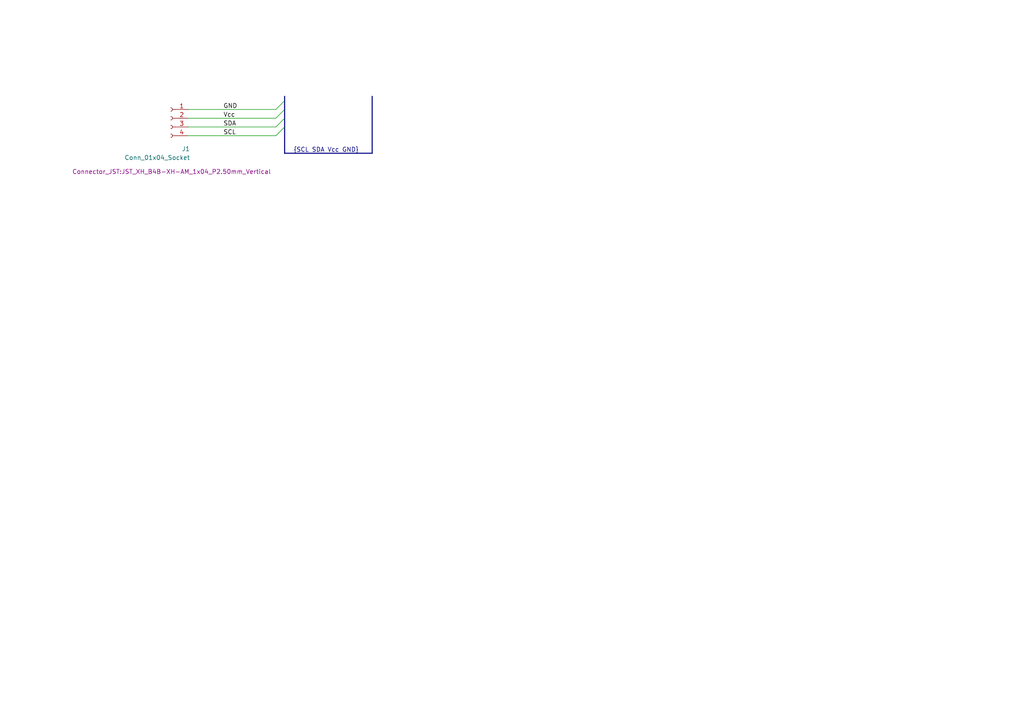
<source format=kicad_sch>
(kicad_sch (version 20250114) (generator "eeschema") (generator_version "9.0")
  (paper "A4")
  (title_block (date "2025-09-25") (rev "v0.0.3") (company "Dag-Electronics"))
  (lib_symbols
    (symbol "Connector:Conn_01x04_Socket" (pin_names (offset 1.016) (hide yes))
      (property "Reference" "J" (at 0 5.08 0))
      (property "Value" "Conn_01x04_Socket" (at 0 -7.62 0))
      (symbol "Conn_01x04_Socket_1_1"
        (polyline (pts (xy -1.27 2.54) (xy -0.508 2.54)) (stroke (width 0.1524)))
        (polyline (pts (xy -1.27 0) (xy -0.508 0)) (stroke (width 0.1524)))
        (polyline (pts (xy -1.27 -2.54) (xy -0.508 -2.54)) (stroke (width 0.1524)))
        (polyline (pts (xy -1.27 -5.08) (xy -0.508 -5.08)) (stroke (width 0.1524)))
        (arc (start 0 2.032) (mid -0.5058 2.54) (end 0 3.048) (stroke (width 0.1524)))
        (arc (start 0 -0.508) (mid -0.5058 0) (end 0 0.508) (stroke (width 0.1524)))
        (arc (start 0 -3.048) (mid -0.5058 -2.54) (end 0 -2.032) (stroke (width 0.1524)))
        (arc (start 0 -5.588) (mid -0.5058 -5.08) (end 0 -4.572) (stroke (width 0.1524)))
        (pin passive line (at -5.08 2.54 0) (length 3.81) (name "Pin_1") (number "1"))
        (pin passive line (at -5.08 0 0) (length 3.81) (name "Pin_2") (number "2"))
        (pin passive line (at -5.08 -2.54 0) (length 3.81) (name "Pin_3") (number "3"))
        (pin passive line (at -5.08 -5.08 0) (length 3.81) (name "Pin_4") (number "4"))
      )
    )
  )
  (bus_entry (at 80.01 39.37) (size 2.54 -2.54))
  (bus_entry (at 80.01 31.75) (size 2.54 -2.54))
  (bus_entry (at 80.01 36.83) (size 2.54 -2.54))
  (bus_entry (at 80.01 34.29) (size 2.54 -2.54))
  (bus (pts (xy 82.55 36.83) (xy 82.55 44.45)))
  (bus (pts (xy 82.55 27.94) (xy 82.55 29.21)))
  (bus (pts (xy 82.55 44.45) (xy 107.95 44.45)))
  (bus (pts (xy 82.55 29.21) (xy 82.55 31.75)))
  (wire (pts (xy 54.61 36.83) (xy 80.01 36.83)))
  (bus (pts (xy 82.55 34.29) (xy 82.55 36.83)))
  (wire (pts (xy 54.61 34.29) (xy 80.01 34.29)))
  (wire (pts (xy 54.61 31.75) (xy 80.01 31.75)))
  (wire (pts (xy 54.61 39.37) (xy 80.01 39.37)))
  (bus (pts (xy 82.55 31.75) (xy 82.55 34.29)))
  (bus (pts (xy 107.95 27.94) (xy 107.95 44.45)))
  (label "SCL" (at 64.77 39.37 0))
  (label "SDA" (at 64.77 36.83 0))
  (label "GND" (at 64.77 31.75 0))
  (label "{SCL SDA Vcc GND}" (at 85.09 44.45 0))
  (label "Vcc" (at 64.77 34.29 0))
  (symbol (lib_id "Connector:Conn_01x04_Socket") (at 49.53 34.29 0) (mirror y) (unit 1)
    (property "Reference" "J1" (at 55.118 43.18 0) (effects (justify left)))
    (property "Value" "Conn_01x04_Socket" (at 55.118 45.72 0) (effects (justify left)))
    (property "Footprint" "Connector_JST:JST_XH_B4B-XH-AM_1x04_P2.50mm_Vertical" (at 49.784 49.784 0))
    (property "Description" "Generic connector, single row, 01x04, script generated" (effects (hide yes)))
  )
)
</source>
